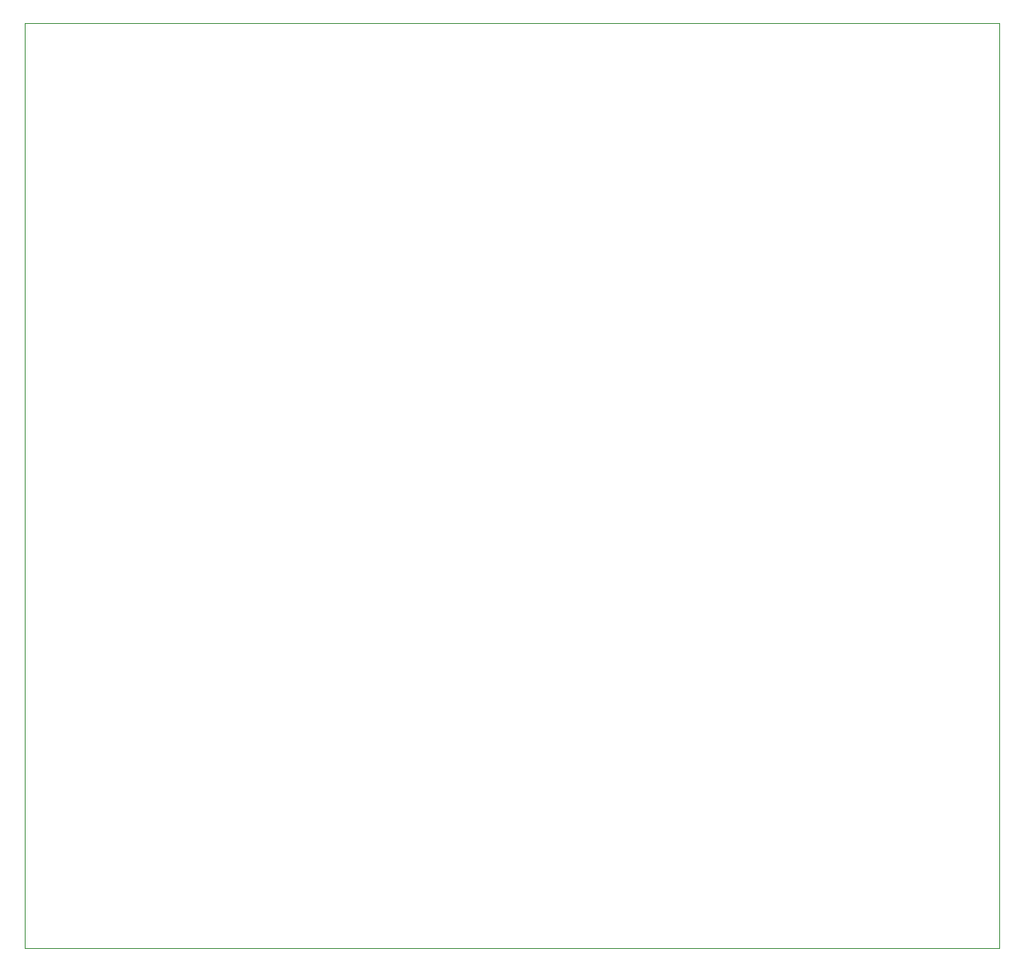
<source format=gm1>
G04 #@! TF.GenerationSoftware,KiCad,Pcbnew,5.1.5+dfsg1-2build2*
G04 #@! TF.CreationDate,2021-10-31T21:50:17+01:00*
G04 #@! TF.ProjectId,whammy,7768616d-6d79-42e6-9b69-6361645f7063,rev?*
G04 #@! TF.SameCoordinates,Original*
G04 #@! TF.FileFunction,Profile,NP*
%FSLAX46Y46*%
G04 Gerber Fmt 4.6, Leading zero omitted, Abs format (unit mm)*
G04 Created by KiCad (PCBNEW 5.1.5+dfsg1-2build2) date 2021-10-31 21:50:17*
%MOMM*%
%LPD*%
G04 APERTURE LIST*
%ADD10C,0.100000*%
G04 APERTURE END LIST*
D10*
X180000000Y-45000000D02*
X180000000Y-140000000D01*
X80000000Y-45000000D02*
X180000000Y-45000000D01*
X80000000Y-140000000D02*
X80000000Y-45000000D01*
X180000000Y-140000000D02*
X80000000Y-140000000D01*
M02*

</source>
